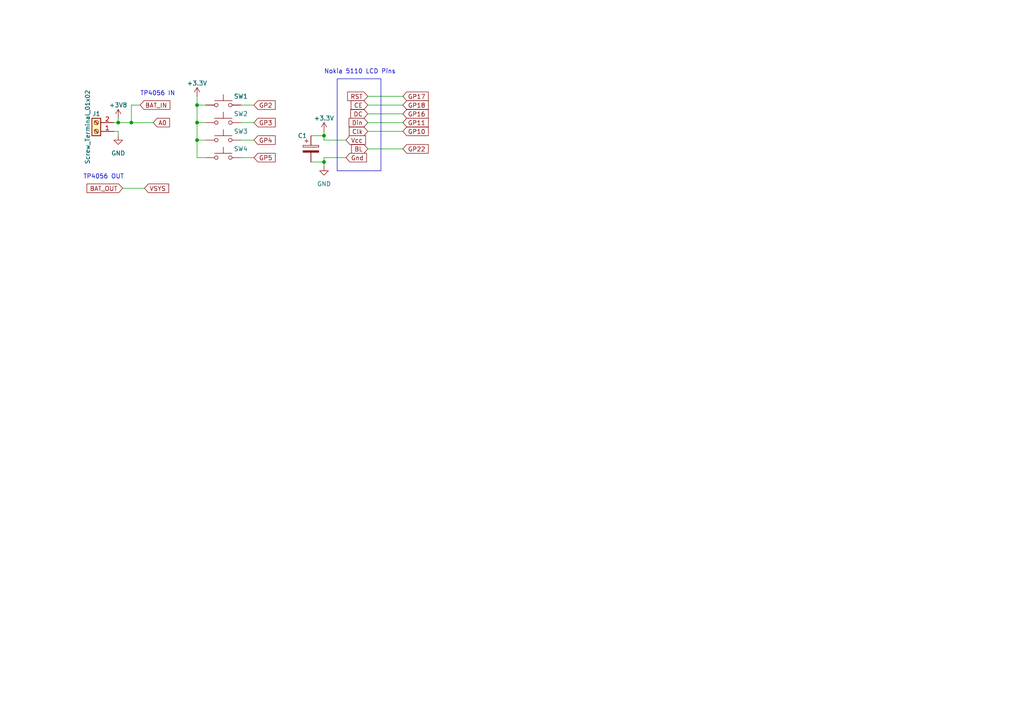
<source format=kicad_sch>
(kicad_sch (version 20230121) (generator eeschema)
  (paper "A4")
  (lib_symbols
    (symbol "Connector:Screw_Terminal_01x02" (pin_names (offset 1.016) hide)
      (property "Reference" "J" (at 0 2.54 0))
      (property "Value" "Screw_Terminal_01x02" (at 0 -5.08 0))
      (symbol "Screw_Terminal_01x02_1_1"
        (rectangle (start -1.27 1.27) (end 1.27 -3.81) (stroke (width 0.254)) (fill (type background)))
        (circle (center 0 -2.54) (radius 0.635) (stroke (width 0.1524)))
        (polyline (pts (xy -0.5334 -2.2098) (xy 0.3302 -3.048)) (stroke (width 0.1524)))
        (polyline (pts (xy -0.5334 0.3302) (xy 0.3302 -0.508)) (stroke (width 0.1524)))
        (polyline (pts (xy -0.3556 -2.032) (xy 0.508 -2.8702)) (stroke (width 0.1524)))
        (polyline (pts (xy -0.3556 0.508) (xy 0.508 -0.3302)) (stroke (width 0.1524)))
        (circle (center 0 0) (radius 0.635) (stroke (width 0.1524)))
        (pin passive line (at -5.08 0 0) (length 3.81) (name "Pin_1") (number "1"))
        (pin passive line (at -5.08 -2.54 0) (length 3.81) (name "Pin_2") (number "2"))
      )
    )
    (symbol "Device:C_Polarized" (pin_numbers hide) (pin_names (offset 0.254))
      (property "Reference" "C" (at 0.635 2.54 0))
      (property "Value" "C_Polarized" (at 0.635 -2.54 0))
      (symbol "C_Polarized_0_1"
        (rectangle (start -2.286 0.508) (end 2.286 1.016))
        (polyline (pts (xy -1.778 2.286) (xy -0.762 2.286)))
        (polyline (pts (xy -1.27 2.794) (xy -1.27 1.778)))
        (rectangle (start 2.286 -0.508) (end -2.286 -1.016) (fill (type outline)))
      )
      (symbol "C_Polarized_1_1"
        (pin passive line (at 0 3.81 270) (length 2.794) (name "~") (number "1"))
        (pin passive line (at 0 -3.81 90) (length 2.794) (name "~") (number "2"))
      )
    )
    (symbol "Switch:SW_MEC_5G" (pin_numbers hide) (pin_names (offset 1.016) hide)
      (property "Reference" "SW" (at 1.27 2.54 0))
      (property "Value" "SW_MEC_5G" (at 0 -1.524 0))
      (symbol "SW_MEC_5G_0_1"
        (circle (center -2.032 0) (radius 0.508))
        (polyline (pts (xy 0 1.27) (xy 0 3.048)))
        (polyline (pts (xy 2.54 1.27) (xy -2.54 1.27)))
        (circle (center 2.032 0) (radius 0.508))
        (pin passive line (at -5.08 0 0) (length 2.54) (name "A") (number "1"))
        (pin passive line (at 5.08 0 180) (length 2.54) (name "B") (number "3"))
      )
      (symbol "SW_MEC_5G_1_1"
        (pin passive line (at -5.08 0 0) (length 2.54) hide (name "A") (number "2"))
        (pin passive line (at 5.08 0 180) (length 2.54) hide (name "B") (number "4"))
      )
    )
    (symbol "power:+3.3V" (power) (pin_names (offset 0))
      (property "Value" "+3.3V" (at 0 3.556 0))
      (symbol "+3.3V_0_1"
        (polyline (pts (xy -0.762 1.27) (xy 0 2.54)))
        (polyline (pts (xy 0 0) (xy 0 2.54)))
        (polyline (pts (xy 0 2.54) (xy 0.762 1.27)))
      )
      (symbol "+3.3V_1_1"
        (pin power_in line (at 0 0 90) (length 0) hide (name "+3.3V") (number "1"))
      )
    )
    (symbol "power:+3V8" (power) (pin_names (offset 0))
      (property "Value" "+3V8" (at 0 3.556 0))
      (symbol "+3V8_0_1"
        (polyline (pts (xy -0.762 1.27) (xy 0 2.54)))
        (polyline (pts (xy 0 0) (xy 0 2.54)))
        (polyline (pts (xy 0 2.54) (xy 0.762 1.27)))
      )
      (symbol "+3V8_1_1"
        (pin power_in line (at 0 0 90) (length 0) hide (name "+3V8") (number "1"))
      )
    )
    (symbol "power:GND" (power) (pin_names (offset 0))
      (property "Value" "GND" (at 0 -3.81 0))
      (symbol "GND_0_1"
        (polyline (pts (xy 0 0) (xy 0 -1.27) (xy 1.27 -1.27) (xy 0 -2.54) (xy -1.27 -1.27) (xy 0 -1.27)))
      )
      (symbol "GND_1_1"
        (pin power_in line (at 0 0 270) (length 0) hide (name "GND") (number "1"))
      )
    )
  )
  (junction (at 38.1 35.56))
  (junction (at 57.15 35.56))
  (junction (at 57.15 40.64))
  (junction (at 57.15 30.48))
  (junction (at 34.29 35.56))
  (junction (at 93.98 39.37))
  (junction (at 93.98 46.99))
  (wire (pts (xy 93.98 46.99) (xy 93.98 45.72)))
  (wire (pts (xy 106.68 38.1) (xy 116.84 38.1)))
  (wire (pts (xy 106.68 27.94) (xy 116.84 27.94)))
  (wire (pts (xy 106.68 33.02) (xy 116.84 33.02)))
  (wire (pts (xy 73.66 40.64) (xy 69.85 40.64)))
  (wire (pts (xy 38.1 35.56) (xy 44.45 35.56)))
  (wire (pts (xy 90.17 39.37) (xy 93.98 39.37)))
  (wire (pts (xy 93.98 38.1) (xy 93.98 39.37)))
  (wire (pts (xy 57.15 40.64) (xy 59.69 40.64)))
  (wire (pts (xy 57.15 40.64) (xy 57.15 45.72)))
  (wire (pts (xy 34.29 35.56) (xy 33.02 35.56)))
  (wire (pts (xy 34.29 34.29) (xy 34.29 35.56)))
  (wire (pts (xy 34.29 38.1) (xy 33.02 38.1)))
  (wire (pts (xy 93.98 39.37) (xy 93.98 40.64)))
  (wire (pts (xy 35.56 54.61) (xy 41.91 54.61)))
  (wire (pts (xy 90.17 46.99) (xy 93.98 46.99)))
  (wire (pts (xy 57.15 35.56) (xy 59.69 35.56)))
  (wire (pts (xy 34.29 39.37) (xy 34.29 38.1)))
  (wire (pts (xy 38.1 30.48) (xy 38.1 35.56)))
  (wire (pts (xy 73.66 30.48) (xy 69.85 30.48)))
  (wire (pts (xy 57.15 30.48) (xy 57.15 35.56)))
  (wire (pts (xy 73.66 35.56) (xy 69.85 35.56)))
  (wire (pts (xy 57.15 45.72) (xy 59.69 45.72)))
  (wire (pts (xy 106.68 35.56) (xy 116.84 35.56)))
  (wire (pts (xy 40.64 30.48) (xy 38.1 30.48)))
  (wire (pts (xy 106.68 43.18) (xy 116.84 43.18)))
  (wire (pts (xy 106.68 30.48) (xy 116.84 30.48)))
  (wire (pts (xy 73.66 45.72) (xy 69.85 45.72)))
  (wire (pts (xy 93.98 45.72) (xy 100.33 45.72)))
  (wire (pts (xy 57.15 30.48) (xy 59.69 30.48)))
  (wire (pts (xy 93.98 40.64) (xy 100.33 40.64)))
  (wire (pts (xy 93.98 48.26) (xy 93.98 46.99)))
  (wire (pts (xy 57.15 35.56) (xy 57.15 40.64)))
  (wire (pts (xy 34.29 35.56) (xy 38.1 35.56)))
  (wire (pts (xy 57.15 27.94) (xy 57.15 30.48)))
  (rectangle (start 97.79 22.86) (end 110.49 49.53))
  (text "TP4056 IN\n" (at 40.64 27.94 0) (effects (font (size 1.27 1.27)) (justify left bottom)))
  (text "TP4056 OUT\n" (at 24.13 52.07 0) (effects (font (size 1.27 1.27)) (justify left bottom)))
  (text "Nokia 5110 LCD Pins\n" (at 93.98 21.59 0) (effects (font (size 1.27 1.27)) (justify left bottom)))
  (global_label "GP18" (shape input) (at 116.84 30.48 0) (property "Intersheetrefs" "${INTERSHEET_REFS}" (effects hide)))
  (global_label "Vcc" (shape input) (at 100.33 40.64 0) (property "Intersheetrefs" "${INTERSHEET_REFS}" (effects hide)))
  (global_label "BAT_OUT" (shape input) (at 35.56 54.61 180) (property "Intersheetrefs" "${INTERSHEET_REFS}" (effects hide)))
  (global_label "BAT_IN" (shape input) (at 40.64 30.48 0) (property "Intersheetrefs" "${INTERSHEET_REFS}" (effects hide)))
  (global_label "CE" (shape input) (at 106.68 30.48 180) (property "Intersheetrefs" "${INTERSHEET_REFS}" (effects hide)))
  (global_label "GP5" (shape input) (at 73.66 45.72 0) (property "Intersheetrefs" "${INTERSHEET_REFS}" (effects hide)))
  (global_label "GP22" (shape input) (at 116.84 43.18 0) (property "Intersheetrefs" "${INTERSHEET_REFS}" (effects hide)))
  (global_label "GP2" (shape input) (at 73.66 30.48 0) (property "Intersheetrefs" "${INTERSHEET_REFS}" (effects hide)))
  (global_label "GP17" (shape input) (at 116.84 27.94 0) (property "Intersheetrefs" "${INTERSHEET_REFS}" (effects hide)))
  (global_label "BL" (shape input) (at 106.68 43.18 180) (property "Intersheetrefs" "${INTERSHEET_REFS}" (effects hide)))
  (global_label "GP10" (shape input) (at 116.84 38.1 0) (property "Intersheetrefs" "${INTERSHEET_REFS}" (effects hide)))
  (global_label "Din" (shape input) (at 106.68 35.56 180) (property "Intersheetrefs" "${INTERSHEET_REFS}" (effects hide)))
  (global_label "RST" (shape input) (at 106.68 27.94 180) (property "Intersheetrefs" "${INTERSHEET_REFS}" (effects hide)))
  (global_label "GP11" (shape input) (at 116.84 35.56 0) (property "Intersheetrefs" "${INTERSHEET_REFS}" (effects hide)))
  (global_label "VSYS" (shape input) (at 41.91 54.61 0) (property "Intersheetrefs" "${INTERSHEET_REFS}" (effects hide)))
  (global_label "GP3" (shape input) (at 73.66 35.56 0) (property "Intersheetrefs" "${INTERSHEET_REFS}" (effects hide)))
  (global_label "GP4" (shape input) (at 73.66 40.64 0) (property "Intersheetrefs" "${INTERSHEET_REFS}" (effects hide)))
  (global_label "GP16" (shape input) (at 116.84 33.02 0) (property "Intersheetrefs" "${INTERSHEET_REFS}" (effects hide)))
  (global_label "DC" (shape input) (at 106.68 33.02 180) (property "Intersheetrefs" "${INTERSHEET_REFS}" (effects hide)))
  (global_label "A0" (shape input) (at 44.45 35.56 0) (property "Intersheetrefs" "${INTERSHEET_REFS}" (effects hide)))
  (global_label "Clk" (shape input) (at 106.68 38.1 180) (property "Intersheetrefs" "${INTERSHEET_REFS}" (effects hide)))
  (global_label "Gnd" (shape input) (at 100.33 45.72 0) (property "Intersheetrefs" "${INTERSHEET_REFS}" (effects hide)))
  (symbol (lib_id "Switch:SW_MEC_5G") (at 64.77 35.56 0) (unit 1)
    (property "Reference" "SW2" (at 69.85 33.02 0))
    (property "Value" "SW_MEC_5G" (effects hide))
    (property "Datasheet" "http://www.apem.com/int/index.php?controller=attachment&id_attachment=488" (effects hide))
  )
  (symbol (lib_id "Switch:SW_MEC_5G") (at 64.77 40.64 0) (unit 1)
    (property "Reference" "SW3" (at 69.85 38.1 0))
    (property "Value" "SW_MEC_5G" (effects hide))
    (property "Datasheet" "http://www.apem.com/int/index.php?controller=attachment&id_attachment=488" (effects hide))
  )
  (symbol (lib_id "power:+3.3V") (at 57.15 27.94 0) (unit 1)
    (property "Reference" "#PWR03" (effects hide))
    (property "Value" "+3.3V" (at 57.15 24.13 0))
  )
  (symbol (lib_id "Switch:SW_MEC_5G") (at 64.77 45.72 0) (unit 1)
    (property "Reference" "SW4" (at 69.85 43.18 0))
    (property "Value" "SW_MEC_5G" (effects hide))
    (property "Datasheet" "http://www.apem.com/int/index.php?controller=attachment&id_attachment=488" (effects hide))
  )
  (symbol (lib_id "power:+3V8") (at 34.29 34.29 0) (unit 1)
    (property "Reference" "#PWR01" (effects hide))
    (property "Value" "+3V8" (at 34.29 30.48 0))
  )
  (symbol (lib_id "power:+3.3V") (at 93.98 38.1 0) (unit 1)
    (property "Reference" "#PWR04" (effects hide))
    (property "Value" "+3.3V" (at 93.98 34.29 0))
  )
  (symbol (lib_id "Connector:Screw_Terminal_01x02") (at 27.94 38.1 180) (unit 1)
    (property "Reference" "J1" (at 27.94 33.02 0))
    (property "Value" "Screw_Terminal_01x02" (at 25.4 36.83 90))
  )
  (symbol (lib_id "Device:C_Polarized") (at 90.17 43.18 0) (unit 1)
    (property "Reference" "C1" (at 86.36 39.37 0) (effects (justify left)))
    (property "Value" "C_Polarized" (effects hide))
  )
  (symbol (lib_id "Switch:SW_MEC_5G") (at 64.77 30.48 0) (unit 1)
    (property "Reference" "SW1" (at 69.85 27.94 0))
    (property "Value" "SW_MEC_5G" (effects hide))
    (property "Datasheet" "http://www.apem.com/int/index.php?controller=attachment&id_attachment=488" (effects hide))
  )
  (symbol (lib_id "power:GND") (at 93.98 48.26 0) (unit 1)
    (property "Reference" "#PWR05" (effects hide))
    (property "Value" "GND" (at 93.98 53.34 0))
  )
  (symbol (lib_id "power:GND") (at 34.29 39.37 0) (unit 1)
    (property "Reference" "#PWR02" (effects hide))
    (property "Value" "GND" (at 34.29 44.45 0))
  )
)
</source>
